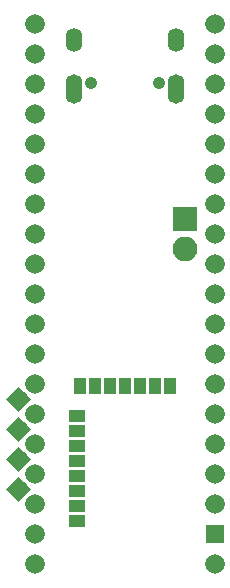
<source format=gbr>
G04 #@! TF.GenerationSoftware,KiCad,Pcbnew,(5.0.0)*
G04 #@! TF.CreationDate,2020-11-30T22:45:23-06:00*
G04 #@! TF.ProjectId,BlueMacro,426C75654D6163726F2E6B696361645F,rev?*
G04 #@! TF.SameCoordinates,Original*
G04 #@! TF.FileFunction,Soldermask,Bot*
G04 #@! TF.FilePolarity,Negative*
%FSLAX46Y46*%
G04 Gerber Fmt 4.6, Leading zero omitted, Abs format (unit mm)*
G04 Created by KiCad (PCBNEW (5.0.0)) date 11/30/20 22:45:23*
%MOMM*%
%LPD*%
G01*
G04 APERTURE LIST*
%ADD10C,1.670000*%
%ADD11R,1.650000X1.650000*%
%ADD12R,2.100000X2.100000*%
%ADD13O,2.100000X2.100000*%
%ADD14O,1.400000X2.000000*%
%ADD15O,1.400000X2.500000*%
%ADD16C,1.050000*%
%ADD17R,1.050000X1.400000*%
%ADD18R,1.400000X1.050000*%
%ADD19C,1.500000*%
%ADD20C,0.100000*%
G04 APERTURE END LIST*
D10*
G04 #@! TO.C,U4*
X55880000Y-27940000D03*
X40640000Y-27940000D03*
X55880000Y-73660000D03*
X40640000Y-73660000D03*
X40640000Y-71120000D03*
X40640000Y-68580000D03*
X40640000Y-66040000D03*
X40640000Y-63500000D03*
X40640000Y-60960000D03*
X40640000Y-53340000D03*
X40640000Y-50800000D03*
X40640000Y-48260000D03*
X40640000Y-55880000D03*
X40640000Y-58420000D03*
D11*
X55880000Y-71120000D03*
D10*
X55880000Y-68580000D03*
X55880000Y-66040000D03*
X55880000Y-63500000D03*
X55880000Y-60960000D03*
X55880000Y-58420000D03*
X55880000Y-55880000D03*
X55880000Y-53340000D03*
X55880000Y-50800000D03*
X55880000Y-48260000D03*
X55880000Y-45720000D03*
X55880000Y-43180000D03*
X40640000Y-45720000D03*
X40640000Y-43180000D03*
X40640000Y-40640000D03*
X40640000Y-38100000D03*
X40640000Y-35560000D03*
X40640000Y-33020000D03*
X40640000Y-30480000D03*
X55880000Y-30480000D03*
X55880000Y-33020000D03*
X55880000Y-35560000D03*
X55880000Y-38100000D03*
X55880000Y-40640000D03*
G04 #@! TD*
D12*
G04 #@! TO.C,J1*
X53340000Y-44450000D03*
D13*
X53340000Y-46990000D03*
G04 #@! TD*
D14*
G04 #@! TO.C,J3*
X43940000Y-29270000D03*
X52580000Y-29270000D03*
D15*
X43940000Y-33450000D03*
X52580000Y-33450000D03*
D16*
X51150000Y-32920000D03*
X45370000Y-32920000D03*
G04 #@! TD*
D17*
G04 #@! TO.C,U2*
X48283000Y-58607000D03*
X44473000Y-58607000D03*
X45743000Y-58607000D03*
X49553000Y-58607000D03*
X47013000Y-58607000D03*
X52093000Y-58607000D03*
X50823000Y-58607000D03*
D18*
X44219000Y-70037000D03*
X44219000Y-68767000D03*
X44219000Y-67497000D03*
X44219000Y-66227000D03*
X44219000Y-64957000D03*
X44219000Y-63687000D03*
X44219000Y-62417000D03*
X44219000Y-61147000D03*
G04 #@! TD*
D19*
G04 #@! TO.C,TP1*
X39243000Y-59690000D03*
D20*
G36*
X39243000Y-60750660D02*
X38182340Y-59690000D01*
X39243000Y-58629340D01*
X40303660Y-59690000D01*
X39243000Y-60750660D01*
X39243000Y-60750660D01*
G37*
G04 #@! TD*
D19*
G04 #@! TO.C,TP2*
X39243000Y-62230000D03*
D20*
G36*
X39243000Y-63290660D02*
X38182340Y-62230000D01*
X39243000Y-61169340D01*
X40303660Y-62230000D01*
X39243000Y-63290660D01*
X39243000Y-63290660D01*
G37*
G04 #@! TD*
D19*
G04 #@! TO.C,TP3*
X39243000Y-64770000D03*
D20*
G36*
X39243000Y-65830660D02*
X38182340Y-64770000D01*
X39243000Y-63709340D01*
X40303660Y-64770000D01*
X39243000Y-65830660D01*
X39243000Y-65830660D01*
G37*
G04 #@! TD*
D19*
G04 #@! TO.C,TP4*
X39243000Y-67310000D03*
D20*
G36*
X39243000Y-68370660D02*
X38182340Y-67310000D01*
X39243000Y-66249340D01*
X40303660Y-67310000D01*
X39243000Y-68370660D01*
X39243000Y-68370660D01*
G37*
G04 #@! TD*
M02*

</source>
